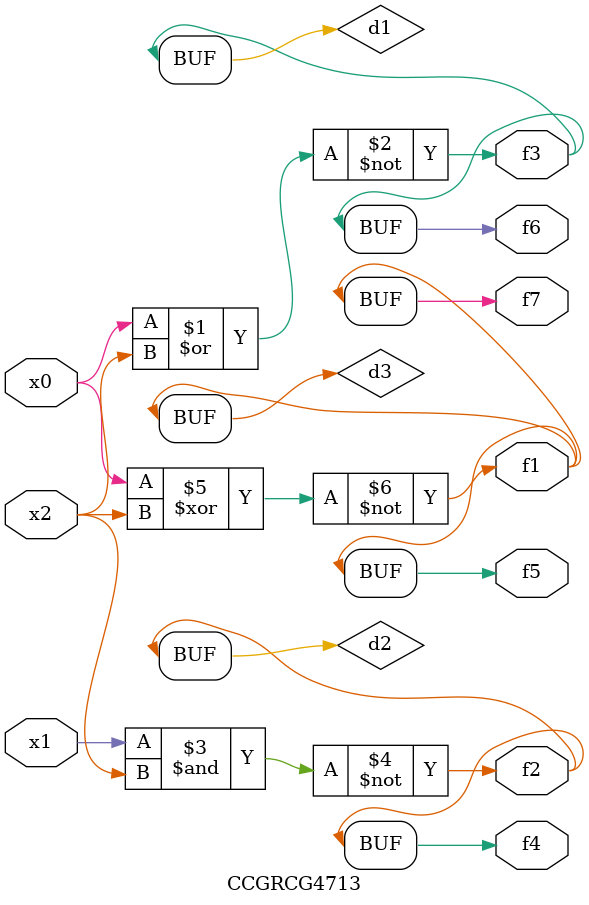
<source format=v>
module CCGRCG4713(
	input x0, x1, x2,
	output f1, f2, f3, f4, f5, f6, f7
);

	wire d1, d2, d3;

	nor (d1, x0, x2);
	nand (d2, x1, x2);
	xnor (d3, x0, x2);
	assign f1 = d3;
	assign f2 = d2;
	assign f3 = d1;
	assign f4 = d2;
	assign f5 = d3;
	assign f6 = d1;
	assign f7 = d3;
endmodule

</source>
